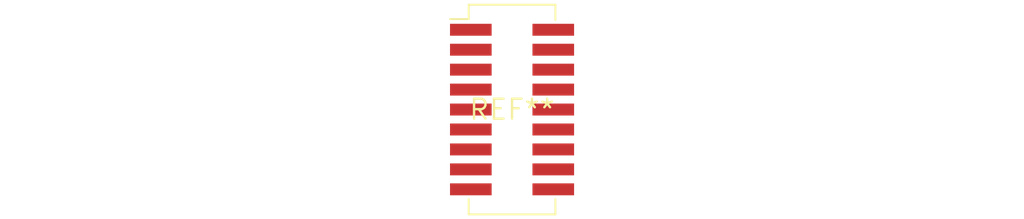
<source format=kicad_pcb>
(kicad_pcb (version 20240108) (generator pcbnew)
  (layers (0 "F.Cu" signal) (31 "B.Cu" signal) (34 "B.Paste" user) (35 "F.Paste" user) (36 "B.SilkS" user "B.Silkscreen") (37 "F.SilkS" user "F.Silkscreen") (38 "B.Mask" user) (39 "F.Mask" user) (44 "Edge.Cuts" user))
  (net 0 "")
  (footprint "SW_DIP_SPSTx09_Slide_KingTek_DSHP09TJ_W5.25mm_P1.27mm_JPin" (layer "F.Cu") (at 0 0)
    (property "Reference" "REF**")
    (property "Value" "SW_DIP_SPSTx09_Slide_KingTek_DSHP09TJ_W5.25mm_P1.27mm_JPin")
    (fp_line (start -3.951 -5.76) (end -2.761 -5.76) (layer "F.SilkS") (stroke (width 0.12)))
    (fp_line (start -2.761 -6.675) (end -2.761 -5.76) (layer "F.SilkS") (stroke (width 0.12)))
    (fp_line (start -2.761 -6.675) (end 2.76 -6.675) (layer "F.SilkS") (stroke (width 0.12)))
    (fp_line (start -2.761 5.7) (end -2.761 6.675) (layer "F.SilkS") (stroke (width 0.12)))
    (fp_line (start -2.761 6.675) (end 2.76 6.675) (layer "F.SilkS") (stroke (width 0.12)))
    (fp_line (start 2.76 -6.675) (end 2.76 -5.7) (layer "F.SilkS") (stroke (width 0.12)))
    (fp_line (start 2.76 5.7) (end 2.76 6.675) (layer "F.SilkS") (stroke (width 0.12)))
    (pad "1" smd rect (at -2.625 -5.08) (size 2.65 0.76) (layers "F.Cu" "F.Paste" "F.Mask"))
    (pad "2" smd rect (at -2.625 -3.81) (size 2.65 0.76) (layers "F.Cu" "F.Paste" "F.Mask"))
    (pad "3" smd rect (at -2.625 -2.54) (size 2.65 0.76) (layers "F.Cu" "F.Paste" "F.Mask"))
    (pad "4" smd rect (at -2.625 -1.27) (size 2.65 0.76) (layers "F.Cu" "F.Paste" "F.Mask"))
    (pad "5" smd rect (at -2.625 0) (size 2.65 0.76) (layers "F.Cu" "F.Paste" "F.Mask"))
    (pad "6" smd rect (at -2.625 1.27) (size 2.65 0.76) (layers "F.Cu" "F.Paste" "F.Mask"))
    (pad "7" smd rect (at -2.625 2.54) (size 2.65 0.76) (layers "F.Cu" "F.Paste" "F.Mask"))
    (pad "8" smd rect (at -2.625 3.81) (size 2.65 0.76) (layers "F.Cu" "F.Paste" "F.Mask"))
    (pad "9" smd rect (at -2.625 5.08) (size 2.65 0.76) (layers "F.Cu" "F.Paste" "F.Mask"))
    (pad "10" smd rect (at 2.625 5.08) (size 2.65 0.76) (layers "F.Cu" "F.Paste" "F.Mask"))
    (pad "11" smd rect (at 2.625 3.81) (size 2.65 0.76) (layers "F.Cu" "F.Paste" "F.Mask"))
    (pad "12" smd rect (at 2.625 2.54) (size 2.65 0.76) (layers "F.Cu" "F.Paste" "F.Mask"))
    (pad "13" smd rect (at 2.625 1.27) (size 2.65 0.76) (layers "F.Cu" "F.Paste" "F.Mask"))
    (pad "14" smd rect (at 2.625 0) (size 2.65 0.76) (layers "F.Cu" "F.Paste" "F.Mask"))
    (pad "15" smd rect (at 2.625 -1.27) (size 2.65 0.76) (layers "F.Cu" "F.Paste" "F.Mask"))
    (pad "16" smd rect (at 2.625 -2.54) (size 2.65 0.76) (layers "F.Cu" "F.Paste" "F.Mask"))
    (pad "17" smd rect (at 2.625 -3.81) (size 2.65 0.76) (layers "F.Cu" "F.Paste" "F.Mask"))
    (pad "18" smd rect (at 2.625 -5.08) (size 2.65 0.76) (layers "F.Cu" "F.Paste" "F.Mask"))
  )
)
</source>
